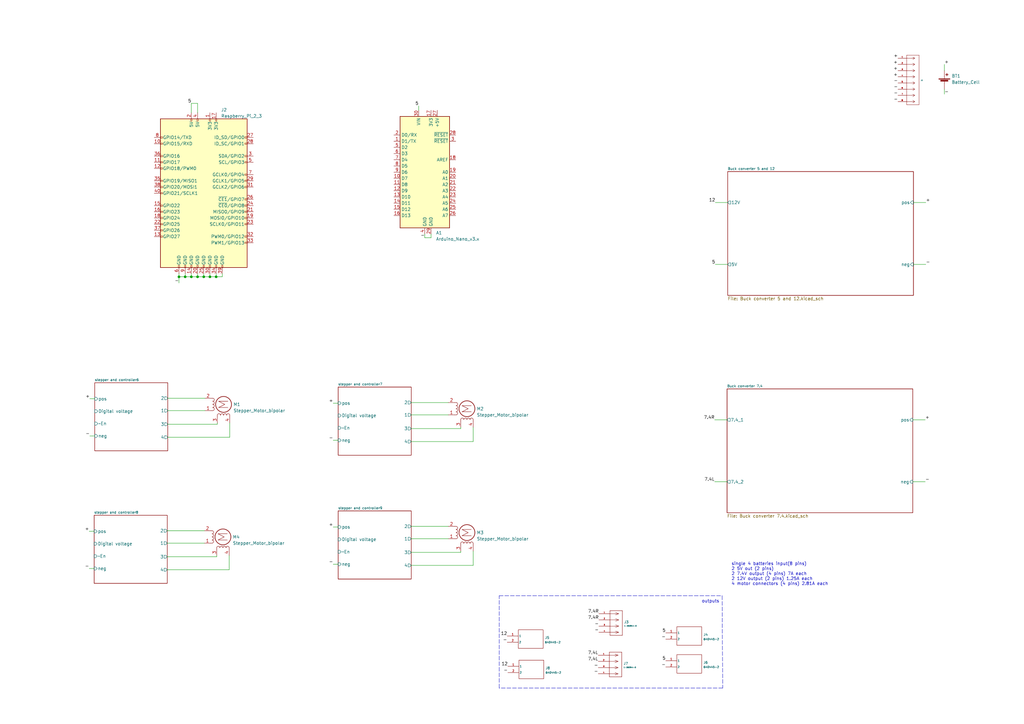
<source format=kicad_sch>
(kicad_sch (version 20211123) (generator eeschema)
  (paper "A3")
  (title_block (title "3D robot project - electronics") (rev "v0.9") (comment 1 "made by:") (comment 2 "AbdAlHaleem Bakkor Mustafa"))
  (lib_symbols
    (symbol "Connector:Raspberry_Pi_2_3" (pin_names (offset 1.016))
      (property "Reference" "J" (at -17.78 31.75 0))
      (property "Value" "Raspberry_Pi_2_3" (at 10.16 -31.75 0))
      (symbol "Raspberry_Pi_2_3_0_1"
        (rectangle (start -17.78 30.48) (end 17.78 -30.48) (stroke (width 0.254)) (fill (type background)))
      )
      (symbol "Raspberry_Pi_2_3_1_1"
        (rectangle (start -16.891 -17.526) (end -17.78 -18.034))
        (rectangle (start -16.891 -14.986) (end -17.78 -15.494))
        (rectangle (start -16.891 -12.446) (end -17.78 -12.954))
        (rectangle (start -16.891 -9.906) (end -17.78 -10.414))
        (rectangle (start -16.891 -7.366) (end -17.78 -7.874))
        (rectangle (start -16.891 -4.826) (end -17.78 -5.334))
        (rectangle (start -16.891 0.254) (end -17.78 -0.254))
        (rectangle (start -16.891 2.794) (end -17.78 2.286))
        (rectangle (start -16.891 5.334) (end -17.78 4.826))
        (rectangle (start -16.891 10.414) (end -17.78 9.906))
        (rectangle (start -16.891 12.954) (end -17.78 12.446))
        (rectangle (start -16.891 15.494) (end -17.78 14.986))
        (rectangle (start -16.891 20.574) (end -17.78 20.066))
        (rectangle (start -16.891 23.114) (end -17.78 22.606))
        (rectangle (start -10.414 -29.591) (end -9.906 -30.48))
        (rectangle (start -7.874 -29.591) (end -7.366 -30.48))
        (rectangle (start -5.334 -29.591) (end -4.826 -30.48))
        (rectangle (start -5.334 30.48) (end -4.826 29.591))
        (rectangle (start -2.794 -29.591) (end -2.286 -30.48))
        (rectangle (start -2.794 30.48) (end -2.286 29.591))
        (rectangle (start -0.254 -29.591) (end 0.254 -30.48))
        (rectangle (start 2.286 -29.591) (end 2.794 -30.48))
        (rectangle (start 2.286 30.48) (end 2.794 29.591))
        (rectangle (start 4.826 -29.591) (end 5.334 -30.48))
        (rectangle (start 4.826 30.48) (end 5.334 29.591))
        (rectangle (start 7.366 -29.591) (end 7.874 -30.48))
        (rectangle (start 17.78 -20.066) (end 16.891 -20.574))
        (rectangle (start 17.78 -17.526) (end 16.891 -18.034))
        (rectangle (start 17.78 -12.446) (end 16.891 -12.954))
        (rectangle (start 17.78 -9.906) (end 16.891 -10.414))
        (rectangle (start 17.78 -7.366) (end 16.891 -7.874))
        (rectangle (start 17.78 -4.826) (end 16.891 -5.334))
        (rectangle (start 17.78 -2.286) (end 16.891 -2.794))
        (rectangle (start 17.78 2.794) (end 16.891 2.286))
        (rectangle (start 17.78 5.334) (end 16.891 4.826))
        (rectangle (start 17.78 7.874) (end 16.891 7.366))
        (rectangle (start 17.78 12.954) (end 16.891 12.446))
        (rectangle (start 17.78 15.494) (end 16.891 14.986))
        (rectangle (start 17.78 20.574) (end 16.891 20.066))
        (rectangle (start 17.78 23.114) (end 16.891 22.606))
        (pin power_in line (at 2.54 33.02 270) (length 2.54) (name "3V3") (number "1"))
        (pin bidirectional line (at -20.32 20.32 0) (length 2.54) (name "GPIO15/RXD") (number "10"))
        (pin bidirectional line (at -20.32 12.7 0) (length 2.54) (name "GPIO17") (number "11"))
        (pin bidirectional line (at -20.32 10.16 0) (length 2.54) (name "GPIO18/PWM0") (number "12"))
        (pin bidirectional line (at -20.32 -17.78 0) (length 2.54) (name "GPIO27") (number "13"))
        (pin power_in line (at -5.08 -33.02 90) (length 2.54) (name "GND") (number "14"))
        (pin bidirectional line (at -20.32 -5.08 0) (length 2.54) (name "GPIO22") (number "15"))
        (pin bidirectional line (at -20.32 -7.62 0) (length 2.54) (name "GPIO23") (number "16"))
        (pin power_in line (at 5.08 33.02 270) (length 2.54) (name "3V3") (number "17"))
        (pin bidirectional line (at -20.32 -10.16 0) (length 2.54) (name "GPIO24") (number "18"))
        (pin bidirectional line (at 20.32 -10.16 180) (length 2.54) (name "MOSI0/GPIO10") (number "19"))
        (pin power_in line (at -5.08 33.02 270) (length 2.54) (name "5V") (number "2"))
        (pin power_in line (at -2.54 -33.02 90) (length 2.54) (name "GND") (number "20"))
        (pin bidirectional line (at 20.32 -7.62 180) (length 2.54) (name "MISO0/GPIO9") (number "21"))
        (pin bidirectional line (at -20.32 -12.7 0) (length 2.54) (name "GPIO25") (number "22"))
        (pin bidirectional line (at 20.32 -12.7 180) (length 2.54) (name "SCLK0/GPIO11") (number "23"))
        (pin bidirectional line (at 20.32 -5.08 180) (length 2.54) (name "~{CE0}/GPIO8") (number "24"))
        (pin power_in line (at 0 -33.02 90) (length 2.54) (name "GND") (number "25"))
        (pin bidirectional line (at 20.32 -2.54 180) (length 2.54) (name "~{CE1}/GPIO7") (number "26"))
        (pin bidirectional line (at 20.32 22.86 180) (length 2.54) (name "ID_SD/GPIO0") (number "27"))
        (pin bidirectional line (at 20.32 20.32 180) (length 2.54) (name "ID_SC/GPIO1") (number "28"))
        (pin bidirectional line (at 20.32 5.08 180) (length 2.54) (name "GCLK1/GPIO5") (number "29"))
        (pin bidirectional line (at 20.32 15.24 180) (length 2.54) (name "SDA/GPIO2") (number "3"))
        (pin power_in line (at 2.54 -33.02 90) (length 2.54) (name "GND") (number "30"))
        (pin bidirectional line (at 20.32 2.54 180) (length 2.54) (name "GCLK2/GPIO6") (number "31"))
        (pin bidirectional line (at 20.32 -17.78 180) (length 2.54) (name "PWM0/GPIO12") (number "32"))
        (pin bidirectional line (at 20.32 -20.32 180) (length 2.54) (name "PWM1/GPIO13") (number "33"))
        (pin power_in line (at 5.08 -33.02 90) (length 2.54) (name "GND") (number "34"))
        (pin bidirectional line (at -20.32 5.08 0) (length 2.54) (name "GPIO19/MISO1") (number "35"))
        (pin bidirectional line (at -20.32 15.24 0) (length 2.54) (name "GPIO16") (number "36"))
        (pin bidirectional line (at -20.32 -15.24 0) (length 2.54) (name "GPIO26") (number "37"))
        (pin bidirectional line (at -20.32 2.54 0) (length 2.54) (name "GPIO20/MOSI1") (number "38"))
        (pin power_in line (at 7.62 -33.02 90) (length 2.54) (name "GND") (number "39"))
        (pin power_in line (at -2.54 33.02 270) (length 2.54) (name "5V") (number "4"))
        (pin bidirectional line (at -20.32 0 0) (length 2.54) (name "GPIO21/SCLK1") (number "40"))
        (pin bidirectional line (at 20.32 12.7 180) (length 2.54) (name "SCL/GPIO3") (number "5"))
        (pin power_in line (at -10.16 -33.02 90) (length 2.54) (name "GND") (number "6"))
        (pin bidirectional line (at 20.32 7.62 180) (length 2.54) (name "GCLK0/GPIO4") (number "7"))
        (pin bidirectional line (at -20.32 22.86 0) (length 2.54) (name "GPIO14/TXD") (number "8"))
        (pin power_in line (at -7.62 -33.02 90) (length 2.54) (name "GND") (number "9"))
      )
    )
    (symbol "Connectors:1-350944-0" (pin_names (offset 0) hide)
      (property "Reference" "J" (at 0 6.35 0))
      (property "Value" "1-350944-0" (at 0 -6.985 0))
      (symbol "1-350944-0_1_1"
        (polyline (pts (xy 1.016 -3.81) (xy -2.54 -3.81)) (stroke (width 0.127)))
        (polyline (pts (xy 1.016 -3.81) (xy -0.254 -4.318)) (stroke (width 0.127)))
        (polyline (pts (xy 1.016 -3.81) (xy -0.254 -3.302)) (stroke (width 0.127)))
        (polyline (pts (xy 1.016 -1.27) (xy -2.54 -1.27)) (stroke (width 0.127)))
        (polyline (pts (xy 1.016 -1.27) (xy -0.254 -1.778)) (stroke (width 0.127)))
        (polyline (pts (xy 1.016 -1.27) (xy -0.254 -0.762)) (stroke (width 0.127)))
        (polyline (pts (xy 1.016 1.27) (xy -2.54 1.27)) (stroke (width 0.127)))
        (polyline (pts (xy 1.016 1.27) (xy -0.254 0.762)) (stroke (width 0.127)))
        (polyline (pts (xy 1.016 1.27) (xy -0.254 1.778)) (stroke (width 0.127)))
        (polyline (pts (xy 1.016 3.81) (xy -2.54 3.81)) (stroke (width 0.127)))
        (polyline (pts (xy 1.016 3.81) (xy -0.254 3.302)) (stroke (width 0.127)))
        (polyline (pts (xy 1.016 3.81) (xy -0.254 4.318)) (stroke (width 0.127)))
        (rectangle (start 2.54 5.08) (end -2.54 -5.08) (stroke (width 0.1524)))
        (pin unspecified line (at -7.112 3.81 0) (length 4.5) (name "1") (number "1"))
        (pin unspecified line (at -7.112 1.27 0) (length 4.5) (name "2") (number "2"))
        (pin unspecified line (at -7.112 -1.27 0) (length 4.5) (name "3") (number "3"))
        (pin unspecified line (at -7.112 -3.81 0) (length 4.5) (name "4") (number "4"))
      )
    )
    (symbol "Connectors:282856-8" (pin_names (offset 0.254) hide)
      (property "Reference" "J" (at 0 12.192 0))
      (symbol "282856-8_1_1"
        (polyline (pts (xy -2.54 -10.16) (xy 2.54 -10.16)) (stroke (width 0.127)))
        (polyline (pts (xy -2.54 -8.89) (xy 0.762 -8.89)) (stroke (width 0.127)))
        (polyline (pts (xy -2.54 -6.35) (xy 0.762 -6.35)) (stroke (width 0.127)))
        (polyline (pts (xy -2.54 -3.81) (xy 0.762 -3.81)) (stroke (width 0.127)))
        (polyline (pts (xy -2.54 -1.27) (xy 0.762 -1.27)) (stroke (width 0.127)))
        (polyline (pts (xy -2.54 1.27) (xy 0.762 1.27)) (stroke (width 0.127)))
        (polyline (pts (xy -2.54 3.81) (xy 0.762 3.81)) (stroke (width 0.127)))
        (polyline (pts (xy -2.54 6.35) (xy 0.762 6.35)) (stroke (width 0.127)))
        (polyline (pts (xy -2.54 8.89) (xy 0.762 8.89)) (stroke (width 0.127)))
        (polyline (pts (xy -2.54 10.16) (xy -2.54 -10.16)) (stroke (width 0.127)))
        (polyline (pts (xy 0.762 -8.89) (xy 0 -9.398)) (stroke (width 0.127)))
        (polyline (pts (xy 0.762 -8.89) (xy 0 -8.382)) (stroke (width 0.127)))
        (polyline (pts (xy 0.762 -6.35) (xy 0 -6.858)) (stroke (width 0.127)))
        (polyline (pts (xy 0.762 -6.35) (xy 0 -5.842)) (stroke (width 0.127)))
        (polyline (pts (xy 0.762 -3.81) (xy 0 -4.318)) (stroke (width 0.127)))
        (polyline (pts (xy 0.762 -3.81) (xy 0 -3.302)) (stroke (width 0.127)))
        (polyline (pts (xy 0.762 -1.27) (xy 0 -1.778)) (stroke (width 0.127)))
        (polyline (pts (xy 0.762 -1.27) (xy 0 -0.762)) (stroke (width 0.127)))
        (polyline (pts (xy 0.762 1.27) (xy 0 0.762)) (stroke (width 0.127)))
        (polyline (pts (xy 0.762 1.27) (xy 0 1.778)) (stroke (width 0.127)))
        (polyline (pts (xy 0.762 3.81) (xy 0 3.302)) (stroke (width 0.127)))
        (polyline (pts (xy 0.762 3.81) (xy 0 4.318)) (stroke (width 0.127)))
        (polyline (pts (xy 0.762 6.35) (xy 0 5.842)) (stroke (width 0.127)))
        (polyline (pts (xy 0.762 6.35) (xy 0 6.858)) (stroke (width 0.127)))
        (polyline (pts (xy 0.762 8.89) (xy 0 8.382)) (stroke (width 0.127)))
        (polyline (pts (xy 0.762 8.89) (xy 0 9.398)) (stroke (width 0.127)))
        (polyline (pts (xy 2.54 -10.16) (xy 2.54 10.16)) (stroke (width 0.127)))
        (polyline (pts (xy 2.54 10.16) (xy -2.54 10.16)) (stroke (width 0.127)))
        (pin unspecified line (at -6.096 8.89 0) (length 3.5) (name "1") (number "1"))
        (pin unspecified line (at -6.096 6.35 0) (length 3.5) (name "2") (number "2"))
        (pin unspecified line (at -6.096 3.81 0) (length 3.5) (name "3") (number "3"))
        (pin unspecified line (at -6.096 1.27 0) (length 3.5) (name "4") (number "4"))
        (pin unspecified line (at -6.096 -1.27 0) (length 3.5) (name "5") (number "5"))
        (pin unspecified line (at -6.096 -3.81 0) (length 3.5) (name "6") (number "6"))
        (pin unspecified line (at -6.096 -6.35 0) (length 3.5) (name "7") (number "7"))
        (pin unspecified line (at -6.096 -8.89 0) (length 3.5) (name "8") (number "8"))
      )
    )
    (symbol "Connectors:640445-2" (pin_names (offset 0.3))
      (property "Reference" "J" (at 0 4.826 0))
      (property "Value" "640445-2" (at 0 -5.588 0))
      (symbol "640445-2_0_0"
        (pin passive line (at -9.652 1.27 0) (length 4.5) (name "1") (number "1"))
        (pin passive line (at -9.652 -1.27 0) (length 4.5) (name "2") (number "2"))
      )
      (symbol "640445-2_0_1"
        (polyline (pts (xy -5.08 3.81) (xy 5.08 3.81) (xy 5.08 -3.81) (xy -5.08 -3.81) (xy -5.08 3.81)) (stroke (width 0.1524)))
      )
    )
    (symbol "Device:Battery_Cell" (pin_numbers hide) (pin_names (offset 0) hide)
      (property "Reference" "BT" (at 2.54 2.54 0))
      (property "Value" "Battery_Cell" (at 2.54 0 0))
      (symbol "Battery_Cell_0_1"
        (rectangle (start -2.286 1.778) (end 2.286 1.524) (fill (type outline)))
        (rectangle (start -1.5748 1.1938) (end 1.4732 0.6858) (fill (type outline)))
        (polyline (pts (xy 0 0.762) (xy 0 0)))
        (polyline (pts (xy 0 1.778) (xy 0 2.54)))
        (polyline (pts (xy 0.508 3.429) (xy 1.524 3.429)) (stroke (width 0.254)))
        (polyline (pts (xy 1.016 3.937) (xy 1.016 2.921)) (stroke (width 0.254)))
      )
      (symbol "Battery_Cell_1_1"
        (pin passive line (at 0 5.08 270) (length 2.54) (name "+") (number "1"))
        (pin passive line (at 0 -2.54 90) (length 2.54) (name "-") (number "2"))
      )
    )
    (symbol "MCU_Module:Arduino_Nano_v3.x"
      (property "Reference" "A" (at -10.16 23.495 0))
      (property "Value" "Arduino_Nano_v3.x" (at 5.08 -24.13 0))
      (symbol "Arduino_Nano_v3.x_0_1"
        (rectangle (start -10.16 22.86) (end 10.16 -22.86) (stroke (width 0.254)) (fill (type background)))
      )
      (symbol "Arduino_Nano_v3.x_1_1"
        (pin bidirectional line (at -12.7 12.7 0) (length 2.54) (name "D1/TX") (number "1"))
        (pin bidirectional line (at -12.7 -2.54 0) (length 2.54) (name "D7") (number "10"))
        (pin bidirectional line (at -12.7 -5.08 0) (length 2.54) (name "D8") (number "11"))
        (pin bidirectional line (at -12.7 -7.62 0) (length 2.54) (name "D9") (number "12"))
        (pin bidirectional line (at -12.7 -10.16 0) (length 2.54) (name "D10") (number "13"))
        (pin bidirectional line (at -12.7 -12.7 0) (length 2.54) (name "D11") (number "14"))
        (pin bidirectional line (at -12.7 -15.24 0) (length 2.54) (name "D12") (number "15"))
        (pin bidirectional line (at -12.7 -17.78 0) (length 2.54) (name "D13") (number "16"))
        (pin power_out line (at 2.54 25.4 270) (length 2.54) (name "3V3") (number "17"))
        (pin input line (at 12.7 5.08 180) (length 2.54) (name "AREF") (number "18"))
        (pin bidirectional line (at 12.7 0 180) (length 2.54) (name "A0") (number "19"))
        (pin bidirectional line (at -12.7 15.24 0) (length 2.54) (name "D0/RX") (number "2"))
        (pin bidirectional line (at 12.7 -2.54 180) (length 2.54) (name "A1") (number "20"))
        (pin bidirectional line (at 12.7 -5.08 180) (length 2.54) (name "A2") (number "21"))
        (pin bidirectional line (at 12.7 -7.62 180) (length 2.54) (name "A3") (number "22"))
        (pin bidirectional line (at 12.7 -10.16 180) (length 2.54) (name "A4") (number "23"))
        (pin bidirectional line (at 12.7 -12.7 180) (length 2.54) (name "A5") (number "24"))
        (pin bidirectional line (at 12.7 -15.24 180) (length 2.54) (name "A6") (number "25"))
        (pin bidirectional line (at 12.7 -17.78 180) (length 2.54) (name "A7") (number "26"))
        (pin power_out line (at 5.08 25.4 270) (length 2.54) (name "+5V") (number "27"))
        (pin input line (at 12.7 15.24 180) (length 2.54) (name "~{RESET}") (number "28"))
        (pin power_in line (at 2.54 -25.4 90) (length 2.54) (name "GND") (number "29"))
        (pin input line (at 12.7 12.7 180) (length 2.54) (name "~{RESET}") (number "3"))
        (pin power_in line (at -2.54 25.4 270) (length 2.54) (name "VIN") (number "30"))
        (pin power_in line (at 0 -25.4 90) (length 2.54) (name "GND") (number "4"))
        (pin bidirectional line (at -12.7 10.16 0) (length 2.54) (name "D2") (number "5"))
        (pin bidirectional line (at -12.7 7.62 0) (length 2.54) (name "D3") (number "6"))
        (pin bidirectional line (at -12.7 5.08 0) (length 2.54) (name "D4") (number "7"))
        (pin bidirectional line (at -12.7 2.54 0) (length 2.54) (name "D5") (number "8"))
        (pin bidirectional line (at -12.7 0 0) (length 2.54) (name "D6") (number "9"))
      )
    )
    (symbol "Motor:Stepper_Motor_bipolar" (pin_names (offset 0) hide)
      (property "Reference" "M" (at 3.81 2.54 0))
      (property "Value" "Stepper_Motor_bipolar" (at 3.81 1.27 0))
      (symbol "Stepper_Motor_bipolar_0_0"
        (polyline (pts (xy -1.27 -1.778) (xy -1.27 2.032) (xy 0 -0.508) (xy 1.27 2.032) (xy 1.27 -1.778)))
      )
      (symbol "Stepper_Motor_bipolar_0_1"
        (arc (start -4.445 -2.54) (mid -3.81 -1.905) (end -4.445 -1.27))
        (arc (start -4.445 -1.27) (mid -3.81 -0.635) (end -4.445 0))
        (arc (start -4.445 0) (mid -3.81 0.635) (end -4.445 1.27))
        (arc (start -4.445 1.27) (mid -3.81 1.905) (end -4.445 2.54))
        (arc (start -2.54 4.445) (mid -1.905 3.81) (end -1.27 4.445))
        (arc (start -1.27 4.445) (mid -0.635 3.81) (end 0 4.445))
        (polyline (pts (xy -5.08 -2.54) (xy -4.445 -2.54)))
        (polyline (pts (xy -5.08 2.54) (xy -4.445 2.54)))
        (polyline (pts (xy -2.54 5.08) (xy -2.54 4.445)))
        (polyline (pts (xy 2.54 5.08) (xy 2.54 4.445)))
        (circle (center 0 0) (radius 3.2512) (stroke (width 0.254)))
        (arc (start 0 4.445) (mid 0.635 3.81) (end 1.27 4.445))
        (arc (start 1.27 4.445) (mid 1.905 3.81) (end 2.54 4.445))
      )
      (symbol "Stepper_Motor_bipolar_1_1"
        (pin passive line (at -2.54 7.62 270) (length 2.54) (name "~") (number "1"))
        (pin passive line (at 2.54 7.62 270) (length 2.54) (name "-") (number "2"))
        (pin passive line (at -7.62 2.54 0) (length 2.54) (name "~") (number "3"))
        (pin passive line (at -7.62 -2.54 0) (length 2.54) (name "~") (number "4"))
      )
    )
  )
  (junction (at 78.486 113.538))
  (junction (at 88.646 113.538))
  (junction (at 73.406 113.538))
  (junction (at 86.106 113.538))
  (junction (at 83.566 113.538))
  (junction (at 75.946 113.538))
  (junction (at 81.026 113.538))
  (wire (pts (xy 136.652 216.154) (xy 138.684 216.154)))
  (wire (pts (xy 68.58 233.68) (xy 93.98 233.68)))
  (wire (pts (xy 36.576 233.172) (xy 38.608 233.172)))
  (wire (pts (xy 78.486 113.538) (xy 75.946 113.538)))
  (wire (pts (xy 176.784 97.536) (xy 176.784 96.012)))
  (wire (pts (xy 374.65 83.058) (xy 379.73 83.058)))
  (wire (pts (xy 73.406 112.268) (xy 73.406 113.538)))
  (wire (pts (xy 75.946 112.268) (xy 75.946 113.538)))
  (wire (pts (xy 36.83 163.576) (xy 38.862 163.576)))
  (wire (pts (xy 83.566 113.538) (xy 81.026 113.538)))
  (wire (pts (xy 168.656 181.102) (xy 194.056 181.102)))
  (wire (pts (xy 136.652 231.394) (xy 138.684 231.394)))
  (wire (pts (xy 75.946 113.538) (xy 73.406 113.538)))
  (wire (pts (xy 68.58 217.678) (xy 83.82 217.678)))
  (wire (pts (xy 168.656 231.902) (xy 194.056 231.902)))
  (wire (pts (xy 36.576 217.932) (xy 38.608 217.932)))
  (wire (pts (xy 89.154 173.99) (xy 89.154 173.482)))
  (wire (pts (xy 194.056 181.102) (xy 194.056 175.26)))
  (wire (pts (xy 171.704 43.434) (xy 171.704 45.212)))
  (wire (pts (xy 68.834 179.324) (xy 94.234 179.324)))
  (wire (pts (xy 86.106 113.538) (xy 83.566 113.538)))
  (wire (pts (xy 293.37 108.458) (xy 298.45 108.458)))
  (wire (pts (xy 68.834 173.99) (xy 89.154 173.99)))
  (wire (pts (xy 88.9 228.346) (xy 88.9 227.838)))
  (wire (pts (xy 73.406 113.538) (xy 73.406 116.078)))
  (wire (pts (xy 387.35 26.416) (xy 387.35 28.956)))
  (wire (pts (xy 68.834 168.402) (xy 84.074 168.402)))
  (wire (pts (xy 188.976 175.768) (xy 188.976 175.26)))
  (wire (pts (xy 293.116 197.612) (xy 298.196 197.612)))
  (wire (pts (xy 168.656 220.98) (xy 183.896 220.98)))
  (wire (pts (xy 81.026 42.418) (xy 81.026 46.228)))
  (wire (pts (xy 91.186 113.538) (xy 88.646 113.538)))
  (wire (pts (xy 387.35 36.576) (xy 387.35 38.608)))
  (wire (pts (xy 36.83 178.816) (xy 38.862 178.816)))
  (wire (pts (xy 94.234 179.324) (xy 94.234 173.482)))
  (wire (pts (xy 91.186 112.268) (xy 91.186 113.538)))
  (wire (pts (xy 168.656 170.18) (xy 183.896 170.18)))
  (wire (pts (xy 88.646 113.538) (xy 86.106 113.538)))
  (wire (pts (xy 78.486 42.418) (xy 81.026 42.418)))
  (wire (pts (xy 194.056 231.902) (xy 194.056 226.06)))
  (wire (pts (xy 174.244 96.012) (xy 174.244 97.536)))
  (wire (pts (xy 374.65 108.458) (xy 379.73 108.458)))
  (wire (pts (xy 68.834 163.322) (xy 84.074 163.322)))
  (wire (pts (xy 88.646 112.268) (xy 88.646 113.538)))
  (wire (pts (xy 68.58 228.346) (xy 88.9 228.346)))
  (wire (pts (xy 78.486 112.268) (xy 78.486 113.538)))
  (wire (pts (xy 68.58 222.758) (xy 83.82 222.758)))
  (wire (pts (xy 83.566 112.268) (xy 83.566 113.538)))
  (wire (pts (xy 136.652 165.354) (xy 138.684 165.354)))
  (wire (pts (xy 81.026 113.538) (xy 78.486 113.538)))
  (wire (pts (xy 174.244 97.536) (xy 176.784 97.536)))
  (wire (pts (xy 168.656 226.568) (xy 188.976 226.568)))
  (polyline (pts (xy 296.164 244.348) (xy 296.418 282.194)))
  (polyline (pts (xy 204.724 244.348) (xy 296.164 244.348)))
  (wire (pts (xy 168.656 215.9) (xy 183.896 215.9)))
  (wire (pts (xy 136.652 180.594) (xy 138.684 180.594)))
  (wire (pts (xy 374.396 197.612) (xy 379.476 197.612)))
  (wire (pts (xy 81.026 112.268) (xy 81.026 113.538)))
  (wire (pts (xy 374.396 172.212) (xy 379.476 172.212)))
  (wire (pts (xy 293.37 83.058) (xy 298.45 83.058)))
  (polyline (pts (xy 296.418 282.194) (xy 204.724 282.194)))
  (wire (pts (xy 78.486 42.418) (xy 78.486 46.228)))
  (wire (pts (xy 168.656 175.768) (xy 188.976 175.768)))
  (wire (pts (xy 188.976 226.568) (xy 188.976 226.06)))
  (polyline (pts (xy 204.724 282.194) (xy 204.724 244.348)))
  (wire (pts (xy 168.656 165.1) (xy 183.896 165.1)))
  (wire (pts (xy 93.98 233.68) (xy 93.98 227.838)))
  (wire (pts (xy 86.106 112.268) (xy 86.106 113.538)))
  (wire (pts (xy 293.116 172.212) (xy 298.196 172.212)))
  (text "single 4 batteries input(8 pins)\n2 5V out (2 pins)\n2 7.4V output (4 pins) 7A each\n2 12V output (2 pins) 1.25A each\n4 motor connectors (4 pins) 2.81A each" (at 299.974 240.284 0) (effects (font (size 1.27 1.27)) (justify left bottom)))
  (text "outputs" (at 287.782 247.396 0) (effects (font (size 1.27 1.27)) (justify left bottom)))
  (label "7.4L" (at 293.116 197.612 180))
  (label "+" (at 387.35 26.416 0))
  (label "-" (at 379.476 197.612 0))
  (label "12" (at 293.37 83.058 180))
  (label "-" (at 273.05 262.128 180))
  (label "+" (at 136.652 216.154 180))
  (label "-" (at 379.73 108.458 0))
  (label "7.4R" (at 293.116 172.212 180))
  (label "+" (at 136.652 165.354 180))
  (label "+" (at 368.3 28.956 90))
  (label "-" (at 73.406 116.078 180))
  (label "5" (at 273.05 259.588 180))
  (label "5" (at 78.486 42.418 180))
  (label "-" (at 136.652 231.394 180))
  (label "+" (at 368.3 23.876 180))
  (label "+" (at 36.83 163.576 180))
  (label "-" (at 245.364 276.352 180))
  (label "-" (at 368.3 36.576 180))
  (label "-" (at 208.026 263.398 180))
  (label "-" (at 387.35 38.608 0))
  (label "+" (at 379.476 172.212 0))
  (label "12" (at 208.28 273.304 180))
  (label "-" (at 136.652 180.594 180))
  (label "-" (at 208.28 275.844 180))
  (label "-" (at 36.83 178.816 180))
  (label "-" (at 273.05 273.558 180))
  (label "5" (at 293.37 108.458 180))
  (label "-" (at 245.618 259.334 180))
  (label "5" (at 171.704 43.434 180))
  (label "+" (at 36.576 217.932 180))
  (label "7.4L" (at 245.364 268.732 180))
  (label "5" (at 273.05 271.018 180))
  (label "-" (at 368.3 34.036 180))
  (label "-" (at 368.3 39.116 180))
  (label "-" (at 368.3 41.656 180))
  (label "+" (at 368.3 31.496 90))
  (label "7.4R" (at 245.618 254.254 180))
  (label "+" (at 368.3 26.416 90))
  (label "7.4R" (at 245.618 251.714 180))
  (label "-" (at 245.618 256.794 180))
  (label "12" (at 208.026 260.858 180))
  (label "-" (at 245.364 273.812 180))
  (label "-" (at 174.244 97.536 180))
  (label "7.4L" (at 245.364 271.272 180))
  (label "-" (at 36.576 233.172 180))
  (label "+" (at 379.73 83.058 0))
  (symbol (lib_id "Device:Battery_Cell") (at 387.35 34.036 0) (unit 1) (in_bom no) (on_board no)
    (property "Reference" "BT1" (at 390.271 31.1693 0) (effects (justify left)))
    (property "Value" "Battery_Cell" (at 390.271 33.7062 0) (effects (justify left)))
    (property "Footprint" "my_footprints:282856-8" (effects hide))
  )
  (symbol (lib_id "Motor:Stepper_Motor_bipolar") (at 191.516 167.64 90) (unit 1)
    (property "Reference" "M2" (at 195.5292 167.6562 90) (effects (justify right)))
    (property "Value" "Stepper_Motor_bipolar" (at 195.5292 170.1931 90) (effects (justify right)))
    (property "Footprint" "Connectors:1-350944-0" (effects hide))
    (property "Datasheet" "http://www.infineon.com/dgdl/Application-Note-TLE8110EE_driving_UniPolarStepperMotor_V1.1.pdf?fileId=db3a30431be39b97011be5d0aa0a00b0" (effects hide))
  )
  (symbol (lib_id "Motor:Stepper_Motor_bipolar") (at 91.44 220.218 90) (unit 1)
    (property "Reference" "M4" (at 95.4532 220.2342 90) (effects (justify right)))
    (property "Value" "Stepper_Motor_bipolar" (at 95.4532 222.7711 90) (effects (justify right)))
    (property "Footprint" "Connectors:1-350944-0" (effects hide))
    (property "Datasheet" "http://www.infineon.com/dgdl/Application-Note-TLE8110EE_driving_UniPolarStepperMotor_V1.1.pdf?fileId=db3a30431be39b97011be5d0aa0a00b0" (effects hide))
  )
  (symbol (lib_id "MCU_Module:Arduino_Nano_v3.x") (at 174.244 70.612 0) (unit 1)
    (property "Reference" "A1" (at 178.8034 95.5024 0) (effects (justify left)))
    (property "Value" "Arduino_Nano_v3.x" (at 178.8034 98.0393 0) (effects (justify left)))
    (property "Footprint" "Module:Arduino_Nano" (effects hide))
    (property "Datasheet" "http://www.mouser.com/pdfdocs/Gravitech_Arduino_Nano3_0.pdf" (effects hide))
  )
  (symbol (lib_id "Connector:Raspberry_Pi_2_3") (at 83.566 79.248 0) (unit 1)
    (property "Reference" "J2" (at 90.6654 45.0682 0) (effects (justify left)))
    (property "Value" "Raspberry_Pi_2_3" (at 90.6654 47.6051 0) (effects (justify left)))
    (property "Footprint" "Modules:Raspberry pi 4" (effects hide))
    (property "Datasheet" "https://www.raspberrypi.org/documentation/hardware/raspberrypi/schematics/rpi_SCH_3bplus_1p0_reduced.pdf" (effects hide))
  )
  (symbol (lib_id "Motor:Stepper_Motor_bipolar") (at 191.516 218.44 90) (unit 1)
    (property "Reference" "M3" (at 195.5292 218.4562 90) (effects (justify right)))
    (property "Value" "Stepper_Motor_bipolar" (at 195.5292 220.9931 90) (effects (justify right)))
    (property "Footprint" "Connectors:1-350944-0" (effects hide))
    (property "Datasheet" "http://www.infineon.com/dgdl/Application-Note-TLE8110EE_driving_UniPolarStepperMotor_V1.1.pdf?fileId=db3a30431be39b97011be5d0aa0a00b0" (effects hide))
  )
  (symbol (lib_id "Connectors:1-350944-0") (at 252.476 272.542 0) (unit 1)
    (property "Reference" "J7" (at 255.7272 272.1364 0) (effects (font (size 1 1)) (justify left)))
    (property "Value" "1-350944-0" (at 255.7272 273.7386 0) (effects (font (size 0.5 0.5)) (justify left)))
    (property "Footprint" "Connectors:1-350944-0" (effects hide))
    (property "Datasheet" "https://www.te.com/global-en/product-1-350944-0.datasheet.pdf" (effects hide))
  )
  (symbol (lib_id "Connectors:640445-2") (at 217.932 274.574 0) (unit 1)
    (property "Reference" "J8" (at 223.7232 274.0013 0) (effects (font (size 1 1)) (justify left)))
    (property "Value" "640445-2" (at 223.7232 275.8731 0) (effects (font (size 0.8 0.8)) (justify left)))
    (property "Footprint" "Connectors:640445-2" (effects hide))
    (property "Datasheet" "https://componentsearchengine.com/Datasheets/2/640445-2.pdf" (effects hide))
    (property "Description" "2 way friction lock header,3.96mm pitch TE Connectivity MTA-156 Series, 3.96mm Pitch 2 Way 1 Row Straight PCB Header, Through Hole, Solder Termination" (effects hide))
    (property "Height" "11.049" (effects hide))
    (property "Manufacturer_Name" "TE Connectivity" (effects hide))
    (property "Manufacturer_Part_Number" "640445-2" (effects hide))
    (property "Mouser Part Number" "5716404452" (effects hide))
    (property "Mouser Price/Stock" "https://www.mouser.co.uk/ProductDetail/TE-Connectivity-AMP/640445-2?qs=P8zzrVhehau7EdfErby3cQ%3D%3D" (effects hide))
    (property "Arrow Part Number" "640445-2" (effects hide))
    (property "Arrow Price/Stock" "https://www.arrow.com/en/products/640445-2/te-connectivity?region=europe" (effects hide))
  )
  (symbol (lib_id "Motor:Stepper_Motor_bipolar") (at 91.694 165.862 90) (unit 1)
    (property "Reference" "M1" (at 95.7072 165.8782 90) (effects (justify right)))
    (property "Value" "Stepper_Motor_bipolar" (at 95.7072 168.4151 90) (effects (justify right)))
    (property "Footprint" "Connectors:1-350944-0" (effects hide))
    (property "Datasheet" "http://www.infineon.com/dgdl/Application-Note-TLE8110EE_driving_UniPolarStepperMotor_V1.1.pdf?fileId=db3a30431be39b97011be5d0aa0a00b0" (effects hide))
  )
  (symbol (lib_id "Connectors:282856-8") (at 374.396 32.766 0) (unit 1)
    (property "Reference" "J1" (at 377.6345 32.9368 0) (effects (font (size 0.5 0.5)) (justify left)))
    (property "Value" "282856-8" (effects hide))
    (property "Footprint" "Connectors:282856-8" (effects hide))
    (property "Datasheet" "https://www.te.com/global-en/product-1986715-8.datasheet.pdf" (effects hide))
  )
  (symbol (lib_id "Connectors:640445-2") (at 282.702 260.858 0) (unit 1)
    (property "Reference" "J4" (at 288.4932 260.2853 0) (effects (font (size 1 1)) (justify left)))
    (property "Value" "640445-2" (at 288.4932 262.1571 0) (effects (font (size 0.8 0.8)) (justify left)))
    (property "Footprint" "Connectors:640445-2" (effects hide))
    (property "Datasheet" "https://componentsearchengine.com/Datasheets/2/640445-2.pdf" (effects hide))
    (property "Description" "2 way friction lock header,3.96mm pitch TE Connectivity MTA-156 Series, 3.96mm Pitch 2 Way 1 Row Straight PCB Header, Through Hole, Solder Termination" (effects hide))
    (property "Height" "11.049" (effects hide))
    (property "Manufacturer_Name" "TE Connectivity" (effects hide))
    (property "Manufacturer_Part_Number" "640445-2" (effects hide))
    (property "Mouser Part Number" "5716404452" (effects hide))
    (property "Mouser Price/Stock" "https://www.mouser.co.uk/ProductDetail/TE-Connectivity-AMP/640445-2?qs=P8zzrVhehau7EdfErby3cQ%3D%3D" (effects hide))
    (property "Arrow Part Number" "640445-2" (effects hide))
    (property "Arrow Price/Stock" "https://www.arrow.com/en/products/640445-2/te-connectivity?region=europe" (effects hide))
  )
  (symbol (lib_id "Connectors:640445-2") (at 282.702 272.288 0) (unit 1)
    (property "Reference" "J6" (at 288.4932 271.7153 0) (effects (font (size 1 1)) (justify left)))
    (property "Value" "640445-2" (at 288.4932 273.5871 0) (effects (font (size 0.8 0.8)) (justify left)))
    (property "Footprint" "Connectors:640445-2" (effects hide))
    (property "Datasheet" "https://componentsearchengine.com/Datasheets/2/640445-2.pdf" (effects hide))
    (property "Description" "2 way friction lock header,3.96mm pitch TE Connectivity MTA-156 Series, 3.96mm Pitch 2 Way 1 Row Straight PCB Header, Through Hole, Solder Termination" (effects hide))
    (property "Height" "11.049" (effects hide))
    (property "Manufacturer_Name" "TE Connectivity" (effects hide))
    (property "Manufacturer_Part_Number" "640445-2" (effects hide))
    (property "Mouser Part Number" "5716404452" (effects hide))
    (property "Mouser Price/Stock" "https://www.mouser.co.uk/ProductDetail/TE-Connectivity-AMP/640445-2?qs=P8zzrVhehau7EdfErby3cQ%3D%3D" (effects hide))
    (property "Arrow Part Number" "640445-2" (effects hide))
    (property "Arrow Price/Stock" "https://www.arrow.com/en/products/640445-2/te-connectivity?region=europe" (effects hide))
  )
  (symbol (lib_id "Connectors:1-350944-0") (at 252.73 255.524 0) (unit 1)
    (property "Reference" "J3" (at 255.9812 255.1184 0) (effects (font (size 1 1)) (justify left)))
    (property "Value" "1-350944-0" (at 255.9812 256.7206 0) (effects (font (size 0.5 0.5)) (justify left)))
    (property "Footprint" "Connectors:1-350944-0" (effects hide))
    (property "Datasheet" "https://www.te.com/global-en/product-1-350944-0.datasheet.pdf" (effects hide))
  )
  (symbol (lib_id "Connectors:640445-2") (at 217.678 262.128 0) (unit 1)
    (property "Reference" "J5" (at 223.4692 261.5553 0) (effects (font (size 1 1)) (justify left)))
    (property "Value" "640445-2" (at 223.4692 263.4271 0) (effects (font (size 0.8 0.8)) (justify left)))
    (property "Footprint" "Connectors:640445-2" (effects hide))
    (property "Datasheet" "https://componentsearchengine.com/Datasheets/2/640445-2.pdf" (effects hide))
    (property "Description" "2 way friction lock header,3.96mm pitch TE Connectivity MTA-156 Series, 3.96mm Pitch 2 Way 1 Row Straight PCB Header, Through Hole, Solder Termination" (effects hide))
    (property "Height" "11.049" (effects hide))
    (property "Manufacturer_Name" "TE Connectivity" (effects hide))
    (property "Manufacturer_Part_Number" "640445-2" (effects hide))
    (property "Mouser Part Number" "5716404452" (effects hide))
    (property "Mouser Price/Stock" "https://www.mouser.co.uk/ProductDetail/TE-Connectivity-AMP/640445-2?qs=P8zzrVhehau7EdfErby3cQ%3D%3D" (effects hide))
    (property "Arrow Part Number" "640445-2" (effects hide))
    (property "Arrow Price/Stock" "https://www.arrow.com/en/products/640445-2/te-connectivity?region=europe" (effects hide))
  )
  (sheet (at 38.608 211.328) (size 29.972 27.94) (stroke (width 0.1524))
    (property "Sheet name" "stepper and controller8" (at 38.608 210.7514 0) (effects (font (size 1 1)) (justify left bottom)))
    (property "Sheet file" "stepper and controller.kicad_sch" (effects hide))
    (pin "neg" input (at 38.608 233.172 180))
    (pin "pos" input (at 38.608 217.932 180))
    (pin "Digital voltage" input (at 38.608 223.012 180))
    (pin "~En" input (at 38.608 228.092 180))
    (pin "2" output (at 68.58 217.678 0))
    (pin "1" output (at 68.58 222.758 0))
    (pin "3" output (at 68.58 228.346 0))
    (pin "4" output (at 68.58 233.68 0))
  )
  (sheet (at 298.196 159.512) (size 76.2 50.8) (stroke (width 0.1524))
    (property "Sheet name" "Buck converter 7.4" (at 298.196 158.9354 0) (effects (font (size 1 1)) (justify left bottom)))
    (property "Sheet file" "Buck converter 7.4.kicad_sch" (at 298.196 210.8966 0) (effects (justify left top)))
    (pin "neg" input (at 374.396 197.612 0))
    (pin "pos" input (at 374.396 172.212 0))
    (pin "7.4_1" output (at 298.196 172.212 180))
    (pin "7.4_2" output (at 298.196 197.612 180))
  )
  (sheet (at 38.862 156.972) (size 29.972 27.94) (stroke (width 0.1524))
    (property "Sheet name" "stepper and controller6" (at 38.862 156.3954 0) (effects (font (size 1 1)) (justify left bottom)))
    (property "Sheet file" "stepper and controller.kicad_sch" (effects hide))
    (pin "neg" input (at 38.862 178.816 180))
    (pin "pos" input (at 38.862 163.576 180))
    (pin "Digital voltage" input (at 38.862 168.656 180))
    (pin "~En" input (at 38.862 173.736 180))
    (pin "2" output (at 68.834 163.322 0))
    (pin "1" output (at 68.834 168.402 0))
    (pin "3" output (at 68.834 173.99 0))
    (pin "4" output (at 68.834 179.324 0))
  )
  (sheet (at 298.45 70.358) (size 76.2 50.8) (stroke (width 0.1524))
    (property "Sheet name" "Buck converter 5 and 12" (at 298.45 69.7814 0) (effects (font (size 1 1)) (justify left bottom)))
    (property "Sheet file" "Buck converter 5 and 12.kicad_sch" (at 298.45 121.7426 0) (effects (justify left top)))
    (pin "12V" output (at 298.45 83.058 180))
    (pin "pos" input (at 374.65 83.058 0))
    (pin "neg" input (at 374.65 108.458 0))
    (pin "5V" output (at 298.45 108.458 180))
  )
  (sheet (at 138.684 209.55) (size 29.972 27.94) (stroke (width 0.1524))
    (property "Sheet name" "stepper and controller9" (at 138.684 208.9734 0) (effects (font (size 1 1)) (justify left bottom)))
    (property "Sheet file" "stepper and controller.kicad_sch" (effects hide))
    (pin "neg" input (at 138.684 231.394 180))
    (pin "pos" input (at 138.684 216.154 180))
    (pin "Digital voltage" input (at 138.684 221.234 180))
    (pin "~En" input (at 138.684 226.314 180))
    (pin "2" output (at 168.656 215.9 0))
    (pin "1" output (at 168.656 220.98 0))
    (pin "3" output (at 168.656 226.568 0))
    (pin "4" output (at 168.656 231.902 0))
  )
  (sheet (at 138.684 158.75) (size 29.972 27.94) (stroke (width 0.1524))
    (property "Sheet name" "stepper and controller7" (at 138.684 158.1734 0) (effects (font (size 1 1)) (justify left bottom)))
    (property "Sheet file" "stepper and controller.kicad_sch" (effects hide))
    (pin "neg" input (at 138.684 180.594 180))
    (pin "pos" input (at 138.684 165.354 180))
    (pin "Digital voltage" input (at 138.684 170.434 180))
    (pin "~En" input (at 138.684 175.514 180))
    (pin "2" output (at 168.656 165.1 0))
    (pin "1" output (at 168.656 170.18 0))
    (pin "3" output (at 168.656 175.768 0))
    (pin "4" output (at 168.656 181.102 0))
  )
)
</source>
